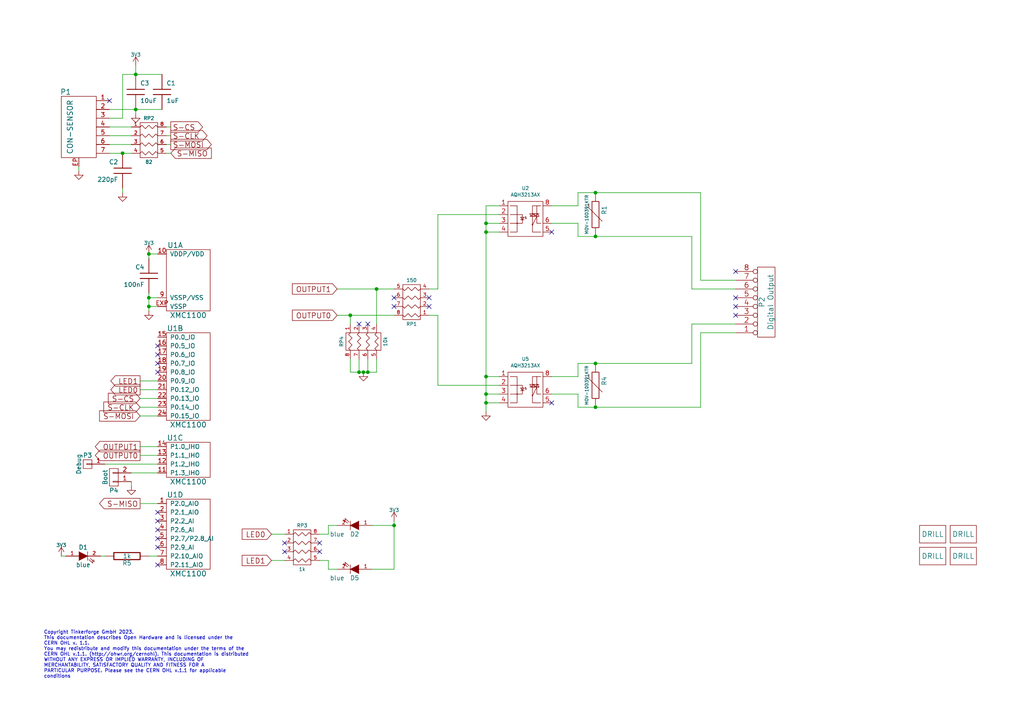
<source format=kicad_sch>
(kicad_sch (version 20230121) (generator eeschema)
  (paper "A4")
  (title_block (title "Industrial Dual AC Relay Bricklet") (date "2023-01-25") (rev "1.2") (company "Tinkerforge GmbH") (comment 1 "Licensed under CERN OHL v.1.1") (comment 2 "Copyright (©) 2023, T.Schneidermann <tim@tinkerforge.com>"))
  (lib_symbols
    (symbol "tinkerforge:3V3" (power) (pin_names (offset 0))
      (property "Value" "3V3" (at 0 3.556 0))
      (symbol "3V3_0_1"
        (polyline (pts (xy -0.762 1.27) (xy 0 2.54)))
        (polyline (pts (xy 0 0) (xy 0 2.54)))
        (polyline (pts (xy 0 2.54) (xy 0.762 1.27)))
      )
      (symbol "3V3_1_1"
        (pin power_in line (at 0 0 90) (length 0) hide (name "3V3") (number "1"))
      )
    )
    (symbol "tinkerforge:AQ-H" (pin_names (offset 1.016))
      (property "Reference" "U" (at -4.445 5.715 0))
      (property "Value" "AQ-H" (at 0 -6.35 0))
      (symbol "AQ-H_0_1"
        (rectangle (start -5.08 5.08) (end 5.08 -5.08))
        (circle (center -2.413 -1.27) (radius 0.127))
        (polyline (pts (xy -4.445 -1.27) (xy -2.413 -1.27)))
        (polyline (pts (xy -1.397 -0.254) (xy -0.381 -0.254)))
        (polyline (pts (xy -0.127 0.381) (xy 0.127 0.635)))
        (polyline (pts (xy 0.127 0.635) (xy 0 0.635)))
        (polyline (pts (xy 1.27 0.762) (xy 3.937 0.762)))
        (polyline (pts (xy 1.27 1.524) (xy 2.794 1.524)))
        (polyline (pts (xy 2.286 1.524) (xy 2.286 1.524)))
        (polyline (pts (xy 2.794 1.524) (xy 3.556 1.524)))
        (polyline (pts (xy 3.302 0.762) (xy 2.032 -1.778)))
        (polyline (pts (xy 3.302 1.524) (xy 3.302 3.81)))
        (polyline (pts (xy 3.556 1.524) (xy 3.937 1.524)))
        (polyline (pts (xy 0 0) (xy 0.254 0.254) (xy 0.127 0.254)))
        (polyline (pts (xy 0 0.635) (xy 0.127 0.635) (xy 0.127 0.508)))
        (polyline (pts (xy 0.127 0.254) (xy 0.254 0.254) (xy 0.254 0.127)))
        (polyline (pts (xy 1.27 1.524) (xy 1.651 0.762) (xy 2.032 1.524)))
        (polyline (pts (xy 2.032 0.762) (xy 2.032 -3.81) (xy 4.445 -3.81)))
        (polyline (pts (xy 2.54 1.524) (xy 2.921 0.762) (xy 3.302 1.524)))
        (polyline (pts (xy 3.302 0.762) (xy 3.302 -1.27) (xy 4.445 -1.27)))
        (polyline (pts (xy 4.445 3.81) (xy 2.032 3.81) (xy 2.032 1.524)))
        (polyline (pts (xy -4.445 -3.81) (xy -2.413 -3.81) (xy -2.413 3.81) (xy -4.445 3.81)))
        (polyline (pts (xy -4.445 1.27) (xy -0.889 1.27) (xy -0.889 -1.27) (xy -2.413 -1.27)))
        (polyline (pts (xy -1.397 0.508) (xy -0.381 0.508) (xy -0.889 -0.254) (xy -1.397 0.508)))
        (polyline (pts (xy 2.286 1.524) (xy 1.905 0.762) (xy 2.667 0.762) (xy 2.286 1.524)))
        (polyline (pts (xy 3.302 1.524) (xy 3.556 1.524) (xy 3.175 0.762) (xy 3.937 0.762) (xy 3.556 1.524)))
        (circle (center 2.032 -1.651) (radius 0.127))
      )
      (symbol "AQ-H_1_1"
        (pin passive line (at -7.62 3.81 0) (length 2.54) (name "~") (number "1"))
        (pin passive line (at -7.62 1.27 0) (length 2.54) (name "~") (number "2"))
        (pin passive line (at -7.62 -1.27 0) (length 2.54) (name "~") (number "3"))
        (pin passive line (at -7.62 -3.81 0) (length 2.54) (name "~") (number "4"))
        (pin passive line (at 7.62 -3.81 180) (length 2.54) (name "~") (number "5"))
        (pin passive line (at 7.62 -1.27 180) (length 2.54) (name "~") (number "6"))
        (pin passive line (at 7.62 3.81 180) (length 2.54) (name "~") (number "8"))
      )
    )
    (symbol "tinkerforge:C" (pin_numbers hide) (pin_names (offset 0.254))
      (property "Reference" "C" (at 1.27 2.54 0))
      (property "Value" "C" (at 1.27 -2.54 0))
      (symbol "C_0_1"
        (polyline (pts (xy -2.54 -0.762) (xy 2.54 -0.762)) (stroke (width 0.254)))
        (polyline (pts (xy -2.54 0.762) (xy 2.54 0.762)) (stroke (width 0.254)))
      )
      (symbol "C_1_1"
        (pin passive line (at 0 5.08 270) (length 4.318) (name "~") (number "1"))
        (pin passive line (at 0 -5.08 90) (length 4.318) (name "~") (number "2"))
      )
    )
    (symbol "tinkerforge:CON-SENSOR2" (pin_names (offset 1.016))
      (property "Reference" "P" (at -3.81 10.16 0))
      (property "Value" "CON-SENSOR2" (at 3.81 0 90))
      (symbol "CON-SENSOR2_0_1"
        (rectangle (start -5.08 8.89) (end 5.08 -8.89))
      )
      (symbol "CON-SENSOR2_1_1"
        (pin passive line (at -8.89 7.62 0) (length 3.81) (name "~") (number "1"))
        (pin passive line (at -8.89 5.08 0) (length 3.81) (name "~") (number "2"))
        (pin passive line (at -8.89 2.54 0) (length 3.81) (name "~") (number "3"))
        (pin passive line (at -8.89 0 0) (length 3.81) (name "~") (number "4"))
        (pin passive line (at -8.89 -2.54 0) (length 3.81) (name "~") (number "5"))
        (pin passive line (at -8.89 -5.08 0) (length 3.81) (name "~") (number "6"))
        (pin passive line (at -8.89 -7.62 0) (length 3.81) (name "~") (number "7"))
        (pin passive line (at 0 -11.43 90) (length 2.54) (name "~") (number "EP"))
      )
    )
    (symbol "tinkerforge:CONN_01X01" (pin_names (offset 1.016) hide)
      (property "Reference" "P" (at 0 2.54 0))
      (property "Value" "CONN_01X01" (at 2.54 0 90))
      (symbol "CONN_01X01_0_1"
        (rectangle (start -1.27 0.127) (end 0.254 -0.127))
        (rectangle (start -1.27 1.27) (end 1.27 -1.27))
      )
      (symbol "CONN_01X01_1_1"
        (pin passive line (at -5.08 0 0) (length 3.81) (name "P1") (number "1"))
      )
    )
    (symbol "tinkerforge:CONN_01X02" (pin_names (offset 1.016) hide)
      (property "Reference" "P" (at 0 3.81 0))
      (property "Value" "CONN_01X02" (at 2.54 0 90))
      (symbol "CONN_01X02_0_1"
        (rectangle (start -1.27 -1.143) (end 0.254 -1.397))
        (rectangle (start -1.27 1.397) (end 0.254 1.143))
        (rectangle (start -1.27 2.54) (end 1.27 -2.54))
      )
      (symbol "CONN_01X02_1_1"
        (pin passive line (at -5.08 1.27 0) (length 3.81) (name "P1") (number "1"))
        (pin passive line (at -5.08 -1.27 0) (length 3.81) (name "P2") (number "2"))
      )
    )
    (symbol "tinkerforge:CONN_8" (pin_names (offset 0.762) hide)
      (property "Reference" "P" (at -1.27 0 90))
      (property "Value" "CONN_8" (at 1.27 0 90))
      (symbol "CONN_8_0_1"
        (rectangle (start -2.54 10.16) (end 2.54 -10.16))
      )
      (symbol "CONN_8_1_1"
        (pin passive inverted (at -8.89 8.89 0) (length 6.35) (name "1") (number "1"))
        (pin passive inverted (at -8.89 6.35 0) (length 6.35) (name "2") (number "2"))
        (pin passive inverted (at -8.89 3.81 0) (length 6.35) (name "3") (number "3"))
        (pin passive inverted (at -8.89 1.27 0) (length 6.35) (name "4") (number "4"))
        (pin passive inverted (at -8.89 -1.27 0) (length 6.35) (name "5") (number "5"))
        (pin passive inverted (at -8.89 -3.81 0) (length 6.35) (name "6") (number "6"))
        (pin passive inverted (at -8.89 -6.35 0) (length 6.35) (name "~") (number "7"))
        (pin passive inverted (at -8.89 -8.89 0) (length 6.35) (name "~") (number "8"))
      )
    )
    (symbol "tinkerforge:DRILL" (pin_numbers hide) (pin_names (offset 0) hide)
      (property "Value" "DRILL" (at 0 0 0))
      (symbol "DRILL_0_1"
        (rectangle (start -3.81 2.54) (end 3.81 -2.54))
      )
    )
    (symbol "tinkerforge:GND" (power) (pin_names (offset 0))
      (property "Value" "GND" (at 0 -5.08 0))
      (symbol "GND_0_1"
        (polyline (pts (xy 0 0) (xy 0 -1.27) (xy 1.27 -1.27) (xy 0 -2.54) (xy -1.27 -1.27) (xy 0 -1.27)))
      )
      (symbol "GND_1_1"
        (pin power_in line (at 0 0 270) (length 0) hide (name "GND") (number "1"))
      )
    )
    (symbol "tinkerforge:LED" (pin_names (offset 1.016) hide)
      (property "Reference" "D" (at 0 2.54 0))
      (property "Value" "LED" (at 0 -2.54 0))
      (symbol "LED_0_1"
        (polyline (pts (xy 1.27 1.27) (xy 1.27 -1.27)))
        (polyline (pts (xy -1.27 1.27) (xy 1.27 0) (xy -1.27 -1.27)) (fill (type outline)))
        (polyline (pts (xy 1.651 -1.016) (xy 2.794 -2.032) (xy 2.667 -1.397)))
        (polyline (pts (xy 2.032 -0.635) (xy 3.175 -1.651) (xy 3.048 -1.016)))
      )
      (symbol "LED_1_1"
        (pin passive line (at -5.08 0 0) (length 3.81) (name "A") (number "1"))
        (pin passive line (at 5.08 0 180) (length 3.81) (name "K") (number "2"))
      )
    )
    (symbol "tinkerforge:R" (pin_numbers hide) (pin_names (offset 0))
      (property "Reference" "R" (at 2.032 0 90))
      (property "Value" "R" (at 0 0 90))
      (symbol "R_0_1"
        (rectangle (start -1.016 3.81) (end 1.016 -3.81) (stroke (width 0.3048)))
      )
      (symbol "R_1_1"
        (pin passive line (at 0 6.35 270) (length 2.54) (name "~") (number "1"))
        (pin passive line (at 0 -6.35 90) (length 2.54) (name "~") (number "2"))
      )
    )
    (symbol "tinkerforge:R_PACK4" (pin_names hide)
      (property "Reference" "RP" (at 0 11.43 0))
      (property "Value" "R_PACK4" (at 0 -1.27 0))
      (symbol "R_PACK4_0_1"
        (polyline (pts (xy -2.54 10.16) (xy -2.54 0) (xy 2.54 0) (xy 2.54 10.16) (xy -2.54 10.16)))
        (polyline (pts (xy -2.54 1.27) (xy -2.032 1.778) (xy -1.016 0.762) (xy 0 1.778) (xy 1.016 0.762) (xy 2.032 1.778) (xy 2.54 1.27)))
        (polyline (pts (xy -2.54 3.81) (xy -2.032 4.318) (xy -1.016 3.302) (xy 0 4.318) (xy 1.016 3.302) (xy 2.032 4.318) (xy 2.54 3.81)))
        (polyline (pts (xy -2.54 6.35) (xy -2.032 6.858) (xy -1.016 5.842) (xy 0 6.858) (xy 1.016 5.842) (xy 2.032 6.858) (xy 2.54 6.35)))
        (polyline (pts (xy -2.54 8.89) (xy -2.032 9.398) (xy -1.016 8.382) (xy 0 9.398) (xy 1.016 8.382) (xy 2.032 9.398) (xy 2.54 8.89)))
      )
      (symbol "R_PACK4_1_1"
        (pin passive line (at -5.08 8.89 0) (length 2.54) (name "P1") (number "1"))
        (pin passive line (at -5.08 6.35 0) (length 2.54) (name "P2") (number "2"))
        (pin passive line (at -5.08 3.81 0) (length 2.54) (name "P3") (number "3"))
        (pin passive line (at -5.08 1.27 0) (length 2.54) (name "P4") (number "4"))
        (pin passive line (at 5.08 1.27 180) (length 2.54) (name "R4") (number "5"))
        (pin passive line (at 5.08 3.81 180) (length 2.54) (name "R3") (number "6"))
        (pin passive line (at 5.08 6.35 180) (length 2.54) (name "R2") (number "7"))
        (pin passive line (at 5.08 8.89 180) (length 2.54) (name "R1") (number "8"))
      )
    )
    (symbol "tinkerforge:Varistor" (pin_numbers hide) (pin_names (offset 0))
      (property "Reference" "R" (at 2.54 1.27 90))
      (property "Value" "Varistor" (at -2.54 0 90))
      (symbol "Varistor_0_1"
        (rectangle (start -1.016 3.81) (end 1.016 -3.81) (stroke (width 0.2032)))
        (polyline (pts (xy -1.905 3.175) (xy -1.905 1.905) (xy 1.905 -1.905) (xy 1.9304 -1.9304)))
      )
      (symbol "Varistor_1_1"
        (pin passive line (at 0 6.35 270) (length 2.54) (name "~") (number "1"))
        (pin passive line (at 0 -6.35 90) (length 2.54) (name "~") (number "2"))
      )
    )
    (symbol "tinkerforge:XMC1XXX24" (pin_names (offset 1.016))
      (property "Reference" "U" (at -3.81 15.24 0))
      (property "Value" "XMC1XXX24" (at 0 -16.51 0))
      (symbol "XMC1XXX24_1_1"
        (rectangle (start -6.35 8.89) (end 6.35 -8.89))
        (pin passive line (at -8.89 7.62 0) (length 2.54) (name "VDDP/VDD") (number "10"))
        (pin passive line (at -8.89 -5.08 0) (length 2.54) (name "VSSP/VSS") (number "9"))
        (pin passive line (at -8.89 -7.62 0) (length 2.54) (name "VSSP") (number "EXP"))
      )
      (symbol "XMC1XXX24_2_1"
        (rectangle (start -6.35 12.7) (end 6.35 -12.7))
        (pin passive line (at -8.89 11.43 0) (length 2.54) (name "P0.0_IO") (number "15"))
        (pin passive line (at -8.89 8.89 0) (length 2.54) (name "P0.5_IO") (number "16"))
        (pin passive line (at -8.89 6.35 0) (length 2.54) (name "P0.6_IO") (number "17"))
        (pin passive line (at -8.89 3.81 0) (length 2.54) (name "P0.7_IO") (number "18"))
        (pin passive line (at -8.89 1.27 0) (length 2.54) (name "P0.8_IO") (number "19"))
        (pin passive line (at -8.89 -1.27 0) (length 2.54) (name "P0.9_IO") (number "20"))
        (pin passive line (at -8.89 -3.81 0) (length 2.54) (name "P0.12_IO") (number "21"))
        (pin passive line (at -8.89 -6.35 0) (length 2.54) (name "P0.13_IO") (number "22"))
        (pin passive line (at -8.89 -8.89 0) (length 2.54) (name "P0.14_IO") (number "23"))
        (pin passive line (at -8.89 -11.43 0) (length 2.54) (name "P0.15_IO") (number "24"))
      )
      (symbol "XMC1XXX24_3_1"
        (rectangle (start -6.35 5.08) (end 6.35 -5.08))
        (pin passive line (at -8.89 -3.81 0) (length 2.54) (name "P1.3_IHO") (number "11"))
        (pin passive line (at -8.89 -1.27 0) (length 2.54) (name "P1.2_IHO") (number "12"))
        (pin passive line (at -8.89 1.27 0) (length 2.54) (name "P1.1_IHO") (number "13"))
        (pin passive line (at -8.89 3.81 0) (length 2.54) (name "P1.0_IHO") (number "14"))
      )
      (symbol "XMC1XXX24_4_1"
        (rectangle (start -6.35 10.16) (end 6.35 -10.16))
        (pin passive line (at -8.89 8.89 0) (length 2.54) (name "P2.0_AIO") (number "1"))
        (pin passive line (at -8.89 6.35 0) (length 2.54) (name "P2.1_AIO") (number "2"))
        (pin passive line (at -8.89 3.81 0) (length 2.54) (name "P2.2_AI") (number "3"))
        (pin passive line (at -8.89 1.27 0) (length 2.54) (name "P2.6_AI") (number "4"))
        (pin passive line (at -8.89 -1.27 0) (length 2.54) (name "P2.7/P2.8_AI") (number "5"))
        (pin passive line (at -8.89 -3.81 0) (length 2.54) (name "P2.9_AI") (number "6"))
        (pin passive line (at -8.89 -6.35 0) (length 2.54) (name "P2.10_AIO") (number "7"))
        (pin passive line (at -8.89 -8.89 0) (length 2.54) (name "P2.11_AIO") (number "8"))
      )
    )
  )
  (junction (at 43.18 73.66))
  (junction (at 114.3 152.4))
  (junction (at 140.97 64.77))
  (junction (at 104.14 107.95))
  (junction (at 39.37 31.75))
  (junction (at 140.97 67.31))
  (junction (at 140.97 116.84))
  (junction (at 172.72 55.88))
  (junction (at 172.72 118.11))
  (junction (at 140.97 114.3))
  (junction (at 109.22 83.82))
  (junction (at 140.97 109.22))
  (junction (at 43.18 88.9))
  (junction (at 172.72 68.58))
  (junction (at 172.72 105.41))
  (junction (at 43.18 86.36))
  (junction (at 106.68 107.95))
  (junction (at 101.6 91.44))
  (junction (at 35.56 44.45))
  (junction (at 105.41 107.95))
  (junction (at 39.37 21.59))
  (no_connect (at 45.72 158.75))
  (no_connect (at 104.14 93.98))
  (no_connect (at 114.3 86.36))
  (no_connect (at 124.46 88.9))
  (no_connect (at 160.02 67.31))
  (no_connect (at 92.71 157.48))
  (no_connect (at 31.75 29.21))
  (no_connect (at 45.72 100.33))
  (no_connect (at 106.68 93.98))
  (no_connect (at 45.72 105.41))
  (no_connect (at 213.36 86.36))
  (no_connect (at 45.72 102.87))
  (no_connect (at 124.46 86.36))
  (no_connect (at 45.72 153.67))
  (no_connect (at 45.72 151.13))
  (no_connect (at 213.36 78.74))
  (no_connect (at 213.36 88.9))
  (no_connect (at 213.36 91.44))
  (no_connect (at 45.72 148.59))
  (no_connect (at 45.72 163.83))
  (no_connect (at 114.3 88.9))
  (no_connect (at 82.55 157.48))
  (no_connect (at 45.72 107.95))
  (no_connect (at 160.02 116.84))
  (no_connect (at 92.71 160.02))
  (no_connect (at 45.72 156.21))
  (no_connect (at 82.55 160.02))
  (wire (pts (xy 114.3 152.4) (xy 114.3 151.13)))
  (wire (pts (xy 17.78 161.29) (xy 19.05 161.29)))
  (wire (pts (xy 22.86 49.53) (xy 22.86 48.26)))
  (wire (pts (xy 109.22 107.95) (xy 106.68 107.95)))
  (wire (pts (xy 144.78 116.84) (xy 140.97 116.84)))
  (wire (pts (xy 127 91.44) (xy 127 111.76)))
  (wire (pts (xy 107.95 152.4) (xy 114.3 152.4)))
  (wire (pts (xy 172.72 105.41) (xy 200.66 105.41)))
  (wire (pts (xy 200.66 93.98) (xy 213.36 93.98)))
  (wire (pts (xy 105.41 107.95) (xy 104.14 107.95)))
  (wire (pts (xy 101.6 93.98) (xy 101.6 91.44)))
  (wire (pts (xy 140.97 59.69) (xy 140.97 64.77)))
  (wire (pts (xy 144.78 109.22) (xy 140.97 109.22)))
  (wire (pts (xy 48.26 36.83) (xy 49.53 36.83)))
  (wire (pts (xy 109.22 104.14) (xy 109.22 107.95)))
  (wire (pts (xy 95.25 165.1) (xy 95.25 162.56)))
  (wire (pts (xy 78.74 154.94) (xy 82.55 154.94)))
  (wire (pts (xy 40.64 129.54) (xy 45.72 129.54)))
  (wire (pts (xy 101.6 107.95) (xy 104.14 107.95)))
  (wire (pts (xy 167.64 64.77) (xy 167.64 68.58)))
  (wire (pts (xy 114.3 152.4) (xy 114.3 165.1)))
  (wire (pts (xy 38.1 41.91) (xy 31.75 41.91)))
  (wire (pts (xy 95.25 154.94) (xy 95.25 152.4)))
  (wire (pts (xy 109.22 83.82) (xy 114.3 83.82)))
  (wire (pts (xy 92.71 154.94) (xy 95.25 154.94)))
  (wire (pts (xy 43.18 86.36) (xy 43.18 88.9)))
  (wire (pts (xy 167.64 55.88) (xy 172.72 55.88)))
  (wire (pts (xy 35.56 55.88) (xy 35.56 54.61)))
  (wire (pts (xy 213.36 96.52) (xy 203.2 96.52)))
  (wire (pts (xy 160.02 114.3) (xy 167.64 114.3)))
  (wire (pts (xy 106.68 104.14) (xy 106.68 107.95)))
  (wire (pts (xy 29.21 161.29) (xy 30.48 161.29)))
  (wire (pts (xy 140.97 116.84) (xy 140.97 119.38)))
  (wire (pts (xy 167.64 55.88) (xy 167.64 59.69)))
  (wire (pts (xy 82.55 162.56) (xy 78.74 162.56)))
  (wire (pts (xy 45.72 118.11) (xy 40.64 118.11)))
  (wire (pts (xy 167.64 109.22) (xy 160.02 109.22)))
  (wire (pts (xy 200.66 68.58) (xy 172.72 68.58)))
  (wire (pts (xy 167.64 64.77) (xy 160.02 64.77)))
  (wire (pts (xy 101.6 91.44) (xy 97.79 91.44)))
  (wire (pts (xy 127 62.23) (xy 127 83.82)))
  (wire (pts (xy 104.14 107.95) (xy 104.14 104.14)))
  (wire (pts (xy 200.66 93.98) (xy 200.66 105.41)))
  (wire (pts (xy 167.64 118.11) (xy 172.72 118.11)))
  (wire (pts (xy 140.97 67.31) (xy 140.97 64.77)))
  (wire (pts (xy 140.97 114.3) (xy 140.97 109.22)))
  (wire (pts (xy 213.36 81.28) (xy 203.2 81.28)))
  (wire (pts (xy 35.56 21.59) (xy 35.56 34.29)))
  (wire (pts (xy 167.64 105.41) (xy 172.72 105.41)))
  (wire (pts (xy 97.79 83.82) (xy 109.22 83.82)))
  (wire (pts (xy 140.97 116.84) (xy 140.97 114.3)))
  (wire (pts (xy 39.37 19.05) (xy 39.37 21.59)))
  (wire (pts (xy 39.37 31.75) (xy 39.37 33.02)))
  (wire (pts (xy 172.72 68.58) (xy 167.64 68.58)))
  (wire (pts (xy 101.6 104.14) (xy 101.6 107.95)))
  (wire (pts (xy 106.68 107.95) (xy 105.41 107.95)))
  (wire (pts (xy 38.1 137.16) (xy 45.72 137.16)))
  (wire (pts (xy 30.48 134.62) (xy 45.72 134.62)))
  (wire (pts (xy 31.75 39.37) (xy 38.1 39.37)))
  (wire (pts (xy 95.25 152.4) (xy 97.79 152.4)))
  (wire (pts (xy 172.72 55.88) (xy 203.2 55.88)))
  (wire (pts (xy 49.53 39.37) (xy 48.26 39.37)))
  (wire (pts (xy 45.72 88.9) (xy 43.18 88.9)))
  (wire (pts (xy 203.2 55.88) (xy 203.2 81.28)))
  (wire (pts (xy 144.78 114.3) (xy 140.97 114.3)))
  (wire (pts (xy 43.18 85.09) (xy 43.18 86.36)))
  (wire (pts (xy 49.53 44.45) (xy 48.26 44.45)))
  (wire (pts (xy 140.97 67.31) (xy 140.97 109.22)))
  (wire (pts (xy 39.37 31.75) (xy 46.99 31.75)))
  (wire (pts (xy 167.64 114.3) (xy 167.64 118.11)))
  (wire (pts (xy 109.22 93.98) (xy 109.22 83.82)))
  (wire (pts (xy 114.3 91.44) (xy 101.6 91.44)))
  (wire (pts (xy 127 91.44) (xy 124.46 91.44)))
  (wire (pts (xy 203.2 96.52) (xy 203.2 118.11)))
  (wire (pts (xy 48.26 41.91) (xy 49.53 41.91)))
  (wire (pts (xy 35.56 44.45) (xy 38.1 44.45)))
  (wire (pts (xy 45.72 86.36) (xy 43.18 86.36)))
  (wire (pts (xy 200.66 68.58) (xy 200.66 83.82)))
  (wire (pts (xy 31.75 44.45) (xy 35.56 44.45)))
  (wire (pts (xy 172.72 118.11) (xy 203.2 118.11)))
  (wire (pts (xy 160.02 59.69) (xy 167.64 59.69)))
  (wire (pts (xy 40.64 115.57) (xy 45.72 115.57)))
  (wire (pts (xy 35.56 34.29) (xy 31.75 34.29)))
  (wire (pts (xy 124.46 83.82) (xy 127 83.82)))
  (wire (pts (xy 127 111.76) (xy 144.78 111.76)))
  (wire (pts (xy 95.25 162.56) (xy 92.71 162.56)))
  (wire (pts (xy 167.64 105.41) (xy 167.64 109.22)))
  (wire (pts (xy 144.78 67.31) (xy 140.97 67.31)))
  (wire (pts (xy 43.18 88.9) (xy 43.18 90.17)))
  (wire (pts (xy 35.56 21.59) (xy 39.37 21.59)))
  (wire (pts (xy 40.64 132.08) (xy 45.72 132.08)))
  (wire (pts (xy 127 62.23) (xy 144.78 62.23)))
  (wire (pts (xy 31.75 31.75) (xy 39.37 31.75)))
  (wire (pts (xy 97.79 165.1) (xy 95.25 165.1)))
  (wire (pts (xy 39.37 21.59) (xy 46.99 21.59)))
  (wire (pts (xy 45.72 110.49) (xy 40.64 110.49)))
  (wire (pts (xy 107.95 165.1) (xy 114.3 165.1)))
  (wire (pts (xy 40.64 146.05) (xy 45.72 146.05)))
  (wire (pts (xy 40.64 113.03) (xy 45.72 113.03)))
  (wire (pts (xy 38.1 140.97) (xy 38.1 139.7)))
  (wire (pts (xy 40.64 120.65) (xy 45.72 120.65)))
  (wire (pts (xy 144.78 59.69) (xy 140.97 59.69)))
  (wire (pts (xy 31.75 36.83) (xy 38.1 36.83)))
  (wire (pts (xy 43.18 161.29) (xy 45.72 161.29)))
  (wire (pts (xy 43.18 73.66) (xy 45.72 73.66)))
  (wire (pts (xy 43.18 74.93) (xy 43.18 73.66)))
  (wire (pts (xy 140.97 64.77) (xy 144.78 64.77)))
  (wire (pts (xy 213.36 83.82) (xy 200.66 83.82)))
  (text "Copyright Tinkerforge GmbH 2023.\nThis documentation describes Open Hardware and is licensed under the\nCERN OHL v. 1.1.\nYou may redistribute and modify this documentation under the terms of the\nCERN OHL v.1.1. (http://ohwr.org/cernohl). This documentation is distributed\nWITHOUT ANY EXPRESS OR IMPLIED WARRANTY, INCLUDING OF\nMERCHANTABILITY, SATISFACTORY QUALITY AND FITNESS FOR A\nPARTICULAR PURPOSE. Please see the CERN OHL v.1.1 for applicable\nconditions\n" (at 12.7 196.85 0) (effects (font (size 0.9906 0.9906)) (justify left bottom)))
  (global_label "S-CLK" (shape output) (at 49.53 39.37 0) (effects (font (size 1.524 1.524))) (property "Intersheetrefs" "${INTERSHEET_REFS}" (effects hide)))
  (global_label "S-MOSI" (shape output) (at 49.53 41.91 0) (effects (font (size 1.524 1.524))) (property "Intersheetrefs" "${INTERSHEET_REFS}" (effects hide)))
  (global_label "OUTPUT0" (shape output) (at 40.64 132.08 180) (effects (font (size 1.524 1.524))) (property "Intersheetrefs" "${INTERSHEET_REFS}" (effects hide)))
  (global_label "S-MISO" (shape output) (at 40.64 146.05 180) (effects (font (size 1.524 1.524))) (property "Intersheetrefs" "${INTERSHEET_REFS}" (effects hide)))
  (global_label "OUTPUT1" (shape output) (at 40.64 129.54 180) (effects (font (size 1.524 1.524))) (property "Intersheetrefs" "${INTERSHEET_REFS}" (effects hide)))
  (global_label "S-CLK" (shape input) (at 40.64 118.11 180) (effects (font (size 1.524 1.524))) (property "Intersheetrefs" "${INTERSHEET_REFS}" (effects hide)))
  (global_label "S-MISO" (shape input) (at 49.53 44.45 0) (effects (font (size 1.524 1.524))) (property "Intersheetrefs" "${INTERSHEET_REFS}" (effects hide)))
  (global_label "LED0" (shape output) (at 40.64 113.03 180) (effects (font (size 1.524 1.524))) (property "Intersheetrefs" "${INTERSHEET_REFS}" (effects hide)))
  (global_label "LED1" (shape input) (at 78.74 162.56 180) (effects (font (size 1.524 1.524))) (property "Intersheetrefs" "${INTERSHEET_REFS}" (effects hide)))
  (global_label "LED1" (shape output) (at 40.64 110.49 180) (effects (font (size 1.524 1.524))) (property "Intersheetrefs" "${INTERSHEET_REFS}" (effects hide)))
  (global_label "S-CS" (shape input) (at 40.64 115.57 180) (effects (font (size 1.524 1.524))) (property "Intersheetrefs" "${INTERSHEET_REFS}" (effects hide)))
  (global_label "S-CS" (shape output) (at 49.53 36.83 0) (effects (font (size 1.524 1.524))) (property "Intersheetrefs" "${INTERSHEET_REFS}" (effects hide)))
  (global_label "LED0" (shape input) (at 78.74 154.94 180) (effects (font (size 1.524 1.524))) (property "Intersheetrefs" "${INTERSHEET_REFS}" (effects hide)))
  (global_label "OUTPUT1" (shape input) (at 97.79 83.82 180) (effects (font (size 1.524 1.524))) (property "Intersheetrefs" "${INTERSHEET_REFS}" (effects hide)))
  (global_label "OUTPUT0" (shape input) (at 97.79 91.44 180) (effects (font (size 1.524 1.524))) (property "Intersheetrefs" "${INTERSHEET_REFS}" (effects hide)))
  (global_label "S-MOSI" (shape input) (at 40.64 120.65 180) (effects (font (size 1.524 1.524))) (property "Intersheetrefs" "${INTERSHEET_REFS}" (effects hide)))
  (symbol (lib_id "tinkerforge:CON-SENSOR2") (at 22.86 36.83 0) (mirror y) (unit 1)
    (property "Reference" "P1" (at 19.05 26.67 0) (effects (font (size 1.524 1.524))))
    (property "Value" "CON-SENSOR" (at 20.32 36.83 90) (effects (font (size 1.524 1.524))))
    (property "Footprint" "kicad-libraries:CON-SENSOR2" (effects hide))
  )
  (symbol (lib_id "tinkerforge:3V3") (at 39.37 19.05 0) (unit 1)
    (property "Reference" "#PWR04" (effects hide))
    (property "Value" "3V3" (at 39.37 15.875 0) (effects (font (size 1.016 1.016))))
  )
  (symbol (lib_id "tinkerforge:C") (at 46.99 26.67 0) (unit 1)
    (property "Reference" "C1" (at 48.26 24.13 0) (effects (justify left)))
    (property "Value" "1uF" (at 48.26 29.21 0) (effects (justify left)))
    (property "Footprint" "kicad-libraries:C0603F" (effects hide))
  )
  (symbol (lib_id "tinkerforge:GND") (at 39.37 33.02 0) (unit 1)
    (property "Reference" "#PWR03" (effects hide))
    (property "Value" "GND" (effects hide))
  )
  (symbol (lib_id "tinkerforge:CONN_8") (at 222.25 87.63 0) (mirror x) (unit 1)
    (property "Reference" "P2" (at 220.98 87.63 90) (effects (font (size 1.524 1.524))))
    (property "Value" "Digital Output" (at 223.52 87.63 90) (effects (font (size 1.524 1.524))))
    (property "Footprint" "kicad-libraries:OQ_8P_230V" (effects hide))
  )
  (symbol (lib_id "tinkerforge:DRILL") (at 279.4 161.29 0) (unit 1)
    (property "Reference" "U9" (effects hide))
    (property "Value" "DRILL" (at 279.4 161.29 0) (effects (font (size 1.524 1.524))))
    (property "Footprint" "kicad-libraries:DRILL_NP" (effects hide))
  )
  (symbol (lib_id "tinkerforge:DRILL") (at 279.4 154.94 0) (unit 1)
    (property "Reference" "U8" (effects hide))
    (property "Value" "DRILL" (at 279.4 154.94 0) (effects (font (size 1.524 1.524))))
    (property "Footprint" "kicad-libraries:DRILL_NP" (effects hide))
  )
  (symbol (lib_id "tinkerforge:DRILL") (at 270.51 154.94 0) (unit 1)
    (property "Reference" "Ue1" (effects hide))
    (property "Value" "DRILL" (at 270.51 154.94 0) (effects (font (size 1.524 1.524))))
    (property "Footprint" "kicad-libraries:DRILL_NP" (effects hide))
  )
  (symbol (lib_id "tinkerforge:DRILL") (at 270.51 161.29 0) (unit 1)
    (property "Reference" "U7" (effects hide))
    (property "Value" "DRILL" (at 270.51 161.29 0) (effects (font (size 1.524 1.524))))
    (property "Footprint" "kicad-libraries:DRILL_NP" (effects hide))
  )
  (symbol (lib_id "tinkerforge:GND") (at 22.86 49.53 0) (unit 1)
    (property "Reference" "#PWR02" (effects hide))
    (property "Value" "GND" (effects hide))
  )
  (symbol (lib_id "tinkerforge:R_PACK4") (at 119.38 82.55 180) (unit 1)
    (property "Reference" "RP1" (at 119.38 93.98 0) (effects (font (size 1.016 1.016))))
    (property "Value" "150" (at 119.38 81.28 0) (effects (font (size 1.016 1.016))))
    (property "Footprint" "kicad-libraries:0603X4" (effects hide))
  )
  (symbol (lib_id "tinkerforge:Varistor") (at 172.72 62.23 0) (unit 1)
    (property "Reference" "R1" (at 175.26 60.96 90))
    (property "Value" "MOV-10D391KTR" (at 170.18 62.23 90) (effects (font (size 0.889 0.889))))
    (property "Footprint" "kicad-libraries:VAR_10mm" (effects hide))
  )
  (symbol (lib_id "tinkerforge:C") (at 39.37 26.67 0) (unit 1)
    (property "Reference" "C3" (at 40.64 24.13 0) (effects (justify left)))
    (property "Value" "10uF" (at 40.64 29.21 0) (effects (justify left)))
    (property "Footprint" "kicad-libraries:C0805" (effects hide))
  )
  (symbol (lib_id "tinkerforge:3V3") (at 43.18 73.66 0) (unit 1)
    (property "Reference" "#PWR05" (effects hide))
    (property "Value" "3V3" (at 43.18 70.485 0) (effects (font (size 1.016 1.016))))
  )
  (symbol (lib_id "tinkerforge:C") (at 43.18 80.01 0) (mirror y) (unit 1)
    (property "Reference" "C4" (at 41.91 77.47 0) (effects (justify left)))
    (property "Value" "100nF" (at 41.91 82.55 0) (effects (justify left)))
    (property "Footprint" "kicad-libraries:C0603F" (effects hide))
  )
  (symbol (lib_id "tinkerforge:XMC1XXX24") (at 54.61 81.28 0) (unit 1)
    (property "Reference" "U1" (at 50.8 71.12 0) (effects (font (size 1.524 1.524))))
    (property "Value" "XMC1100" (at 54.61 91.44 0) (effects (font (size 1.524 1.524))))
    (property "Footprint" "kicad-libraries:QFN24-4x4mm-0.5mm" (effects hide))
  )
  (symbol (lib_id "tinkerforge:XMC1XXX24") (at 54.61 109.22 0) (unit 2)
    (property "Reference" "U1" (at 50.8 95.25 0) (effects (font (size 1.524 1.524))))
    (property "Value" "XMC1100" (at 54.61 123.19 0) (effects (font (size 1.524 1.524))))
    (property "Footprint" "kicad-libraries:QFN24-4x4mm-0.5mm" (effects hide))
  )
  (symbol (lib_id "tinkerforge:XMC1XXX24") (at 54.61 133.35 0) (unit 3)
    (property "Reference" "U1" (at 50.8 127 0) (effects (font (size 1.524 1.524))))
    (property "Value" "XMC1100" (at 54.61 139.7 0) (effects (font (size 1.524 1.524))))
    (property "Footprint" "kicad-libraries:QFN24-4x4mm-0.5mm" (effects hide))
  )
  (symbol (lib_id "tinkerforge:XMC1XXX24") (at 54.61 154.94 0) (unit 4)
    (property "Reference" "U1" (at 50.8 143.51 0) (effects (font (size 1.524 1.524))))
    (property "Value" "XMC1100" (at 54.61 166.37 0) (effects (font (size 1.524 1.524))))
    (property "Footprint" "kicad-libraries:QFN24-4x4mm-0.5mm" (effects hide))
  )
  (symbol (lib_id "tinkerforge:GND") (at 43.18 90.17 0) (unit 1)
    (property "Reference" "#PWR06" (effects hide))
    (property "Value" "GND" (effects hide))
  )
  (symbol (lib_id "tinkerforge:R_PACK4") (at 43.18 45.72 0) (unit 1)
    (property "Reference" "RP2" (at 43.18 34.29 0) (effects (font (size 1.016 1.016))))
    (property "Value" "82" (at 43.18 46.99 0) (effects (font (size 1.016 1.016))))
    (property "Footprint" "kicad-libraries:4X0402" (effects hide))
  )
  (symbol (lib_id "tinkerforge:C") (at 35.56 49.53 0) (mirror y) (unit 1)
    (property "Reference" "C2" (at 34.29 46.99 0) (effects (justify left)))
    (property "Value" "220pF" (at 34.29 52.07 0) (effects (justify left)))
    (property "Footprint" "kicad-libraries:C0402F" (effects hide))
  )
  (symbol (lib_id "tinkerforge:GND") (at 35.56 55.88 0) (unit 1)
    (property "Reference" "#PWR07" (effects hide))
    (property "Value" "GND" (effects hide))
  )
  (symbol (lib_id "tinkerforge:CONN_01X01") (at 25.4 134.62 0) (mirror y) (unit 1)
    (property "Reference" "P3" (at 25.4 132.08 0))
    (property "Value" "Debug" (at 22.86 134.62 90))
    (property "Footprint" "kicad-libraries:DEBUG_PAD" (effects hide))
  )
  (symbol (lib_id "tinkerforge:CONN_01X02") (at 33.02 138.43 180) (unit 1)
    (property "Reference" "P4" (at 33.02 142.24 0))
    (property "Value" "Boot" (at 30.48 138.43 90))
    (property "Footprint" "kicad-libraries:SolderJumper" (effects hide))
  )
  (symbol (lib_id "tinkerforge:LED") (at 24.13 161.29 0) (unit 1)
    (property "Reference" "D1" (at 24.13 158.75 0))
    (property "Value" "blue" (at 24.13 163.83 0))
    (property "Footprint" "kicad-libraries:D0603F" (effects hide))
  )
  (symbol (lib_id "tinkerforge:R") (at 36.83 161.29 270) (unit 1)
    (property "Reference" "R5" (at 36.83 163.322 90))
    (property "Value" "1k" (at 36.83 161.29 90))
    (property "Footprint" "kicad-libraries:R0603F" (effects hide))
  )
  (symbol (lib_id "tinkerforge:3V3") (at 17.78 161.29 0) (unit 1)
    (property "Reference" "#PWR08" (effects hide))
    (property "Value" "3V3" (at 17.78 158.115 0) (effects (font (size 1.016 1.016))))
  )
  (symbol (lib_id "tinkerforge:GND") (at 38.1 140.97 0) (unit 1)
    (property "Reference" "#PWR09" (effects hide))
    (property "Value" "GND" (effects hide))
  )
  (symbol (lib_id "tinkerforge:LED") (at 102.87 152.4 180) (unit 1)
    (property "Reference" "D2" (at 102.87 154.94 0))
    (property "Value" "blue" (at 97.79 154.94 0))
    (property "Footprint" "kicad-libraries:D0603F" (effects hide))
  )
  (symbol (lib_id "tinkerforge:R_PACK4") (at 87.63 163.83 0) (unit 1)
    (property "Reference" "RP3" (at 87.63 152.4 0) (effects (font (size 1.016 1.016))))
    (property "Value" "1k" (at 87.63 165.1 0) (effects (font (size 1.016 1.016))))
    (property "Footprint" "kicad-libraries:0603X4" (effects hide))
  )
  (symbol (lib_id "tinkerforge:LED") (at 102.87 165.1 180) (unit 1)
    (property "Reference" "D5" (at 102.87 167.64 0))
    (property "Value" "blue" (at 97.79 167.64 0))
    (property "Footprint" "kicad-libraries:D0603F" (effects hide))
  )
  (symbol (lib_id "tinkerforge:3V3") (at 114.3 151.13 0) (unit 1)
    (property "Reference" "#PWR010" (effects hide))
    (property "Value" "3V3" (at 114.3 147.955 0) (effects (font (size 1.016 1.016))))
  )
  (symbol (lib_id "tinkerforge:AQ-H") (at 152.4 63.5 0) (unit 1)
    (property "Reference" "U2" (at 152.4 54.5846 0) (effects (font (size 0.9906 0.9906))))
    (property "Value" "AQH3213AX" (at 152.4 56.4896 0) (effects (font (size 0.9906 0.9906))))
    (property "Footprint" "kicad-libraries:AQ-H" (effects hide))
  )
  (symbol (lib_id "tinkerforge:AQ-H") (at 152.4 113.03 0) (unit 1)
    (property "Reference" "U5" (at 152.4 104.1146 0) (effects (font (size 0.9906 0.9906))))
    (property "Value" "AQH3213AX" (at 152.4 106.0196 0) (effects (font (size 0.9906 0.9906))))
    (property "Footprint" "kicad-libraries:AQ-H" (effects hide))
  )
  (symbol (lib_id "tinkerforge:R_PACK4") (at 110.49 99.06 90) (mirror x) (unit 1)
    (property "Reference" "RP4" (at 99.06 99.06 0) (effects (font (size 1.016 1.016))))
    (property "Value" "10k" (at 111.76 99.06 0) (effects (font (size 1.016 1.016))))
    (property "Footprint" "kicad-libraries:0603X4" (effects hide))
  )
  (symbol (lib_id "tinkerforge:GND") (at 105.41 107.95 0) (unit 1)
    (property "Reference" "#PWR01" (effects hide))
    (property "Value" "GND" (effects hide))
  )
  (symbol (lib_id "tinkerforge:GND") (at 140.97 119.38 0) (unit 1)
    (property "Reference" "#PWR011" (effects hide))
    (property "Value" "GND" (effects hide))
  )
  (symbol (lib_id "tinkerforge:Varistor") (at 172.72 111.76 0) (unit 1)
    (property "Reference" "R4" (at 175.26 110.49 90))
    (property "Value" "MOV-10D391KTR" (at 170.18 111.76 90) (effects (font (size 0.889 0.889))))
    (property "Footprint" "kicad-libraries:VAR_10mm" (effects hide))
  )
)
</source>
